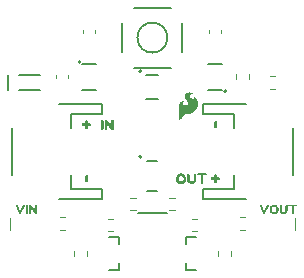
<source format=gto>
%TF.GenerationSoftware,KiCad,Pcbnew,8.0.5*%
%TF.CreationDate,2024-09-30T10:49:06+01:00*%
%TF.ProjectId,Soft_Power_Switch,536f6674-5f50-46f7-9765-725f53776974,v01*%
%TF.SameCoordinates,Original*%
%TF.FileFunction,Legend,Top*%
%TF.FilePolarity,Positive*%
%FSLAX46Y46*%
G04 Gerber Fmt 4.6, Leading zero omitted, Abs format (unit mm)*
G04 Created by KiCad (PCBNEW 8.0.5) date 2024-09-30 10:49:06*
%MOMM*%
%LPD*%
G01*
G04 APERTURE LIST*
%ADD10C,0.000000*%
%ADD11C,0.203200*%
%ADD12C,0.120000*%
%ADD13C,0.200000*%
%ADD14C,0.127000*%
G04 APERTURE END LIST*
D10*
%TO.C,G\u002A\u002A\u002A*%
G36*
X15848587Y17712204D02*
G01*
X15872502Y17710569D01*
X15895808Y17707709D01*
X15918456Y17703753D01*
X15940395Y17698825D01*
X15961579Y17693054D01*
X15981957Y17686567D01*
X16001480Y17679489D01*
X16020099Y17671949D01*
X16037766Y17664073D01*
X16054431Y17655987D01*
X16084557Y17639696D01*
X16110087Y17624091D01*
X16130628Y17610187D01*
X16145785Y17598999D01*
X16158383Y17588830D01*
X16151646Y17590279D01*
X16133122Y17593259D01*
X16120232Y17594680D01*
X16105345Y17595715D01*
X16088778Y17596106D01*
X16070848Y17595596D01*
X16051871Y17593929D01*
X16032164Y17590849D01*
X16012043Y17586099D01*
X16001927Y17583017D01*
X15991825Y17579421D01*
X15981779Y17575280D01*
X15971827Y17570561D01*
X15962010Y17565232D01*
X15952365Y17559261D01*
X15942935Y17552615D01*
X15933757Y17545264D01*
X15924871Y17537174D01*
X15916317Y17528314D01*
X15905766Y17516030D01*
X15896435Y17503535D01*
X15888377Y17490811D01*
X15881646Y17477841D01*
X15878794Y17471258D01*
X15876294Y17464608D01*
X15874151Y17457887D01*
X15872374Y17451095D01*
X15870968Y17444229D01*
X15869941Y17437286D01*
X15869298Y17430265D01*
X15869046Y17423163D01*
X15869192Y17415979D01*
X15869744Y17408710D01*
X15870706Y17401354D01*
X15872086Y17393909D01*
X15873891Y17386373D01*
X15876128Y17378743D01*
X15878802Y17371019D01*
X15881920Y17363196D01*
X15885490Y17355275D01*
X15889518Y17347251D01*
X15894010Y17339124D01*
X15898973Y17330891D01*
X15904415Y17322549D01*
X15910340Y17314098D01*
X15923671Y17296856D01*
X15935980Y17282725D01*
X15949566Y17268720D01*
X15964271Y17254972D01*
X15979936Y17241611D01*
X15996403Y17228770D01*
X16013512Y17216579D01*
X16031107Y17205170D01*
X16049029Y17194674D01*
X16067118Y17185221D01*
X16085217Y17176944D01*
X16103168Y17169973D01*
X16120811Y17164440D01*
X16137989Y17160475D01*
X16146354Y17159122D01*
X16154543Y17158211D01*
X16162536Y17157757D01*
X16170315Y17157778D01*
X16177857Y17158289D01*
X16185145Y17159307D01*
X16195003Y17161552D01*
X16204050Y17164482D01*
X16212320Y17168045D01*
X16219845Y17172194D01*
X16226657Y17176877D01*
X16232790Y17182046D01*
X16238276Y17187651D01*
X16243148Y17193643D01*
X16247437Y17199972D01*
X16251177Y17206588D01*
X16254401Y17213443D01*
X16257141Y17220486D01*
X16259429Y17227668D01*
X16261298Y17234940D01*
X16262781Y17242252D01*
X16263911Y17249554D01*
X16265239Y17263933D01*
X16265544Y17277679D01*
X16265087Y17290397D01*
X16264128Y17301691D01*
X16262928Y17311165D01*
X16261748Y17318422D01*
X16260491Y17324703D01*
X16280568Y17316958D01*
X16300743Y17306689D01*
X16320904Y17293988D01*
X16340942Y17278948D01*
X16380208Y17242213D01*
X16417659Y17197217D01*
X16452414Y17144692D01*
X16483594Y17085372D01*
X16510316Y17019990D01*
X16531700Y16949277D01*
X16546866Y16873968D01*
X16551841Y16834818D01*
X16554932Y16794795D01*
X16556027Y16753988D01*
X16555017Y16712490D01*
X16551792Y16670392D01*
X16546242Y16627787D01*
X16538255Y16584765D01*
X16527724Y16541418D01*
X16514536Y16497838D01*
X16498583Y16454116D01*
X16479754Y16410345D01*
X16457939Y16366615D01*
X16433028Y16323018D01*
X16404910Y16279646D01*
X16373005Y16235808D01*
X16339252Y16194199D01*
X16303629Y16154935D01*
X16266115Y16118134D01*
X16226686Y16083915D01*
X16185321Y16052394D01*
X16141997Y16023689D01*
X16096692Y15997919D01*
X16049383Y15975199D01*
X16000050Y15955649D01*
X15948668Y15939386D01*
X15895217Y15926526D01*
X15839673Y15917189D01*
X15782015Y15911491D01*
X15722221Y15909550D01*
X15660267Y15911484D01*
X15643891Y15912464D01*
X15628058Y15912635D01*
X15612732Y15912011D01*
X15597878Y15910608D01*
X15583461Y15908439D01*
X15569445Y15905519D01*
X15555795Y15901865D01*
X15542475Y15897489D01*
X15529451Y15892407D01*
X15516688Y15886634D01*
X15504149Y15880185D01*
X15491799Y15873074D01*
X15467528Y15856926D01*
X15443592Y15838310D01*
X15419707Y15817342D01*
X15395593Y15794142D01*
X15370966Y15768828D01*
X15345544Y15741518D01*
X15230261Y15614687D01*
X15173677Y15553281D01*
X15120503Y15493993D01*
X15072014Y15438695D01*
X15029484Y15389257D01*
X14994186Y15347549D01*
X14967396Y15315442D01*
X14944435Y15287512D01*
X14944435Y16508453D01*
X14943973Y16532664D01*
X14944160Y16555969D01*
X14944977Y16578386D01*
X14946409Y16599932D01*
X14948439Y16620627D01*
X14951050Y16640488D01*
X14954225Y16659535D01*
X14957948Y16677785D01*
X14962202Y16695257D01*
X14966969Y16711969D01*
X14972234Y16727941D01*
X14977980Y16743189D01*
X14984189Y16757733D01*
X14990846Y16771591D01*
X14997933Y16784781D01*
X15005434Y16797322D01*
X15013332Y16809233D01*
X15021610Y16820531D01*
X15030251Y16831235D01*
X15039239Y16841363D01*
X15048558Y16850935D01*
X15058189Y16859968D01*
X15068118Y16868480D01*
X15078326Y16876490D01*
X15088797Y16884017D01*
X15099514Y16891079D01*
X15110462Y16897694D01*
X15121622Y16903881D01*
X15144514Y16915044D01*
X15168057Y16924715D01*
X15181271Y16929426D01*
X15194342Y16933565D01*
X15207251Y16937161D01*
X15219981Y16940239D01*
X15232514Y16942829D01*
X15244831Y16944957D01*
X15256914Y16946652D01*
X15268745Y16947941D01*
X15280307Y16948853D01*
X15291580Y16949413D01*
X15302547Y16949651D01*
X15313189Y16949594D01*
X15323490Y16949270D01*
X15333429Y16948707D01*
X15352154Y16946971D01*
X15369218Y16944610D01*
X15384478Y16941845D01*
X15397788Y16938897D01*
X15409003Y16935988D01*
X15417978Y16933340D01*
X15424568Y16931174D01*
X15430014Y16929175D01*
X15413190Y16922319D01*
X15395304Y16913994D01*
X15384910Y16908679D01*
X15373898Y16902624D01*
X15362530Y16895848D01*
X15351068Y16888371D01*
X15339774Y16880216D01*
X15328910Y16871401D01*
X15318739Y16861948D01*
X15313994Y16856988D01*
X15309521Y16851877D01*
X15305352Y16846616D01*
X15301520Y16841208D01*
X15298058Y16835656D01*
X15294998Y16829962D01*
X15292008Y16823087D01*
X15289570Y16815974D01*
X15287681Y16808650D01*
X15286342Y16801141D01*
X15285549Y16793472D01*
X15285303Y16785671D01*
X15285600Y16777764D01*
X15286440Y16769777D01*
X15287822Y16761736D01*
X15289743Y16753667D01*
X15292203Y16745598D01*
X15295199Y16737554D01*
X15298731Y16729561D01*
X15302796Y16721646D01*
X15307394Y16713836D01*
X15312523Y16706156D01*
X15318181Y16698633D01*
X15324367Y16691292D01*
X15331080Y16684162D01*
X15338317Y16677267D01*
X15346078Y16670634D01*
X15354361Y16664289D01*
X15363165Y16658260D01*
X15372487Y16652571D01*
X15382328Y16647249D01*
X15392684Y16642321D01*
X15403555Y16637813D01*
X15414939Y16633752D01*
X15426835Y16630163D01*
X15439241Y16627072D01*
X15452155Y16624507D01*
X15465577Y16622494D01*
X15485407Y16620607D01*
X15504916Y16620069D01*
X15524041Y16620833D01*
X15542722Y16622851D01*
X15560897Y16626078D01*
X15578505Y16630465D01*
X15595485Y16635967D01*
X15611773Y16642535D01*
X15627311Y16650123D01*
X15642035Y16658685D01*
X15655884Y16668172D01*
X15668797Y16678538D01*
X15680713Y16689737D01*
X15691569Y16701720D01*
X15701305Y16714442D01*
X15709859Y16727855D01*
X15717169Y16741912D01*
X15723174Y16756566D01*
X15727813Y16771771D01*
X15731023Y16787479D01*
X15732745Y16803643D01*
X15732915Y16820216D01*
X15731473Y16837152D01*
X15728357Y16854403D01*
X15723506Y16871923D01*
X15716858Y16889664D01*
X15708352Y16907580D01*
X15697926Y16925623D01*
X15685519Y16943746D01*
X15671069Y16961903D01*
X15654515Y16980047D01*
X15635795Y16998130D01*
X15593790Y17038342D01*
X15555782Y17079140D01*
X15538356Y17099715D01*
X15522026Y17120384D01*
X15506824Y17141129D01*
X15492780Y17161933D01*
X15479928Y17182778D01*
X15468299Y17203647D01*
X15457925Y17224522D01*
X15448839Y17245386D01*
X15441072Y17266222D01*
X15434656Y17287011D01*
X15429623Y17307736D01*
X15426006Y17328380D01*
X15423836Y17348924D01*
X15423146Y17369353D01*
X15423966Y17389647D01*
X15426331Y17409791D01*
X15430270Y17429765D01*
X15435817Y17449552D01*
X15443003Y17469136D01*
X15451860Y17488498D01*
X15462421Y17507620D01*
X15474718Y17526487D01*
X15488781Y17545079D01*
X15504644Y17563379D01*
X15522339Y17581370D01*
X15541896Y17599035D01*
X15563350Y17616355D01*
X15586730Y17633313D01*
X15614038Y17650898D01*
X15641227Y17665990D01*
X15668248Y17678716D01*
X15695053Y17689203D01*
X15721592Y17697577D01*
X15747817Y17703966D01*
X15773678Y17708496D01*
X15799126Y17711295D01*
X15824112Y17712488D01*
X15848587Y17712204D01*
G37*
D11*
%TO.C,SW1*%
X10160000Y21112000D02*
X10160000Y23622000D01*
X11160000Y24892000D02*
X14240000Y24892000D01*
X14240000Y19812000D02*
X11160000Y19812000D01*
X15240000Y23592000D02*
X15240000Y21112000D01*
X13970000Y22352000D02*
G75*
G02*
X11430000Y22352000I-1270000J0D01*
G01*
X11430000Y22352000D02*
G75*
G02*
X13970000Y22352000I1270000J0D01*
G01*
D12*
%TO.C,D3*%
X24768000Y6104000D02*
X24768000Y7104000D01*
%TO.C,D2*%
X632000Y7104000D02*
X632000Y6104000D01*
D11*
%TO.C,C2*%
X11450000Y7480000D02*
X13950000Y7480000D01*
%TO.C,Q3*%
X12270600Y11938000D02*
X13129400Y11938000D01*
X13129400Y9398000D02*
X12270600Y9398000D01*
D13*
X11784000Y12268200D02*
G75*
G02*
X11584000Y12268200I-100000J0D01*
G01*
X11584000Y12268200D02*
G75*
G02*
X11784000Y12268200I100000J0D01*
G01*
D14*
%TO.C,U2*%
X7966000Y20150000D02*
X6766000Y20150000D01*
X7966000Y17950000D02*
X6766000Y17950000D01*
D13*
X6616000Y20300000D02*
G75*
G02*
X6416000Y20300000I-100000J0D01*
G01*
X6416000Y20300000D02*
G75*
G02*
X6616000Y20300000I100000J0D01*
G01*
D12*
%TO.C,R8*%
X19318500Y4301258D02*
X19318500Y3826742D01*
X18273500Y4301258D02*
X18273500Y3826742D01*
%TO.C,R4*%
X20082742Y7126500D02*
X20557258Y7126500D01*
X20082742Y6081500D02*
X20557258Y6081500D01*
%TO.C,R1*%
X19797500Y18812742D02*
X19797500Y19287258D01*
X20842500Y18812742D02*
X20842500Y19287258D01*
D11*
%TO.C,Q1*%
X9844000Y5464000D02*
X9044000Y5464000D01*
X9844000Y4864000D02*
X9844000Y5464000D01*
X9844000Y3264000D02*
X9844000Y2664000D01*
X9844000Y2664000D02*
X9044000Y2664000D01*
D12*
%TO.C,R6*%
X7126500Y4301258D02*
X7126500Y3826742D01*
X6081500Y4301258D02*
X6081500Y3826742D01*
D11*
%TO.C,J2*%
X20590000Y16700000D02*
X16990000Y16700000D01*
X16990000Y16700000D02*
X16990000Y15900000D01*
X19590000Y15900000D02*
X19590000Y14700000D01*
X16990000Y15900000D02*
X19590000Y15900000D01*
X24590000Y10700000D02*
X24590000Y14700000D01*
X19590000Y10700000D02*
X19590000Y9500000D01*
X19590000Y9500000D02*
X16990000Y9500000D01*
X16990000Y9500000D02*
X16990000Y8700000D01*
X16990000Y8700000D02*
X20590000Y8700000D01*
D12*
%TO.C,R3*%
X5317258Y6081500D02*
X4842742Y6081500D01*
X5317258Y7126500D02*
X4842742Y7126500D01*
%TO.C,C4*%
X17524000Y22719420D02*
X17524000Y23000580D01*
X18544000Y22719420D02*
X18544000Y23000580D01*
%TO.C,R5*%
X8906742Y6999500D02*
X9381258Y6999500D01*
X8906742Y5954500D02*
X9381258Y5954500D01*
%TO.C,C3*%
X6856000Y22719420D02*
X6856000Y23000580D01*
X7876000Y22719420D02*
X7876000Y23000580D01*
D11*
%TO.C,U4*%
X13208000Y19177000D02*
X12192000Y19177000D01*
X13208000Y17145000D02*
X12192000Y17145000D01*
D13*
X11784000Y19494500D02*
G75*
G02*
X11584000Y19494500I-100000J0D01*
G01*
X11584000Y19494500D02*
G75*
G02*
X11784000Y19494500I100000J0D01*
G01*
D11*
%TO.C,D1*%
X516000Y19167000D02*
X516000Y17917000D01*
X1386000Y19167000D02*
X3186000Y19167000D01*
X1386000Y17917000D02*
X3186000Y17917000D01*
D12*
%TO.C,R7*%
X16018742Y6999500D02*
X16493258Y6999500D01*
X16018742Y5954500D02*
X16493258Y5954500D01*
D14*
%TO.C,U3*%
X17434000Y17950000D02*
X18634000Y17950000D01*
X17434000Y20150000D02*
X18634000Y20150000D01*
D13*
X18984000Y17800000D02*
G75*
G02*
X18784000Y17800000I-100000J0D01*
G01*
X18784000Y17800000D02*
G75*
G02*
X18984000Y17800000I100000J0D01*
G01*
D12*
%TO.C,R2*%
X22622742Y19064500D02*
X23097258Y19064500D01*
X22622742Y18019500D02*
X23097258Y18019500D01*
D11*
%TO.C,J1*%
X4810000Y8700000D02*
X8410000Y8700000D01*
X8410000Y8700000D02*
X8410000Y9500000D01*
X5810000Y9500000D02*
X5810000Y10700000D01*
X8410000Y9500000D02*
X5810000Y9500000D01*
X810000Y14700000D02*
X810000Y10700000D01*
X5810000Y14700000D02*
X5810000Y15900000D01*
X5810000Y15900000D02*
X8410000Y15900000D01*
X8410000Y15900000D02*
X8410000Y16700000D01*
X8410000Y16700000D02*
X4810000Y16700000D01*
D12*
%TO.C,R9*%
X14113742Y8777500D02*
X14588258Y8777500D01*
X14113742Y7732500D02*
X14588258Y7732500D01*
%TO.C,C1*%
X4570000Y18909420D02*
X4570000Y19190580D01*
X5590000Y18909420D02*
X5590000Y19190580D01*
%TO.C,R10*%
X11286258Y7732500D02*
X10811742Y7732500D01*
X11286258Y8777500D02*
X10811742Y8777500D01*
D11*
%TO.C,Q2*%
X15556000Y2664000D02*
X16356000Y2664000D01*
X15556000Y3264000D02*
X15556000Y2664000D01*
X15556000Y4864000D02*
X15556000Y5464000D01*
X15556000Y5464000D02*
X16356000Y5464000D01*
D10*
%TO.C,kibuzzard-65F1758C*%
G36*
X8528348Y15411351D02*
G01*
X8560792Y15378311D01*
X8566745Y15316398D01*
X8566745Y14654411D01*
X8564959Y14612739D01*
X8553648Y14581783D01*
X8522097Y14557673D01*
X8460780Y14549636D01*
X8394700Y14560947D01*
X8363148Y14594880D01*
X8356005Y14655602D01*
X8356005Y15317589D01*
X8357791Y15358666D01*
X8369102Y15390217D01*
X8400653Y15414327D01*
X8461970Y15422364D01*
X8528348Y15411351D01*
G37*
G36*
X9371013Y15415220D02*
G01*
X9401969Y15400933D01*
X9416852Y15375930D01*
X9423995Y15315208D01*
X9423995Y14654411D01*
X9422209Y14612739D01*
X9410898Y14581783D01*
X9379347Y14557673D01*
X9318030Y14549636D01*
X9253736Y14556780D01*
X9223970Y14579402D01*
X9139767Y14691585D01*
X9065749Y14790010D01*
X9001919Y14874677D01*
X8948274Y14945585D01*
X8904817Y15002735D01*
X8871545Y15046127D01*
X8871545Y14654411D01*
X8869759Y14612739D01*
X8858448Y14581783D01*
X8826897Y14557673D01*
X8765580Y14549636D01*
X8706048Y14557673D01*
X8675092Y14581783D01*
X8663781Y14613930D01*
X8661995Y14655602D01*
X8661995Y15319970D01*
X8673306Y15386050D01*
X8707239Y15414030D01*
X8765580Y15421173D01*
X8822134Y15414625D01*
X8851305Y15399742D01*
X8878689Y15368786D01*
X8957799Y15261332D01*
X9027649Y15166777D01*
X9088239Y15085120D01*
X9139568Y15016361D01*
X9181637Y14960501D01*
X9214445Y14917539D01*
X9214445Y15319970D01*
X9225756Y15386050D01*
X9259689Y15414030D01*
X9316244Y15421173D01*
X9371013Y15415220D01*
G37*
%TO.C,kibuzzard-65F0636B*%
G36*
X24940518Y8210570D02*
G01*
X24961949Y8185388D01*
X24967307Y8140383D01*
X24961949Y8095913D01*
X24943733Y8072874D01*
X24889083Y8063230D01*
X24684415Y8063230D01*
X24684415Y7524234D01*
X24682807Y7487801D01*
X24673163Y7460476D01*
X24644767Y7438509D01*
X24591189Y7432080D01*
X24538146Y7438509D01*
X24510286Y7460476D01*
X24500642Y7488337D01*
X24499034Y7525306D01*
X24499034Y8063230D01*
X24293294Y8063230D01*
X24242931Y8071267D01*
X24221500Y8096448D01*
X24216142Y8141454D01*
X24221500Y8185924D01*
X24239716Y8208963D01*
X24294366Y8218607D01*
X24890155Y8218607D01*
X24940518Y8210570D01*
G37*
G36*
X22512357Y8205748D02*
G01*
X22559774Y8173065D01*
X22575580Y8137168D01*
X22559506Y8085733D01*
X22263755Y7485658D01*
X22227857Y7447617D01*
X22178030Y7433151D01*
X22167314Y7433151D01*
X22116415Y7447617D01*
X22080518Y7485658D01*
X21784766Y8085733D01*
X21768693Y8137168D01*
X21784499Y8173065D01*
X21831915Y8205748D01*
X21886029Y8223964D01*
X21914425Y8219678D01*
X21932642Y8204676D01*
X21950323Y8176280D01*
X21964655Y8146276D01*
X21991578Y8087340D01*
X22026002Y8011661D01*
X22062837Y7931428D01*
X22099806Y7851195D01*
X22134632Y7775515D01*
X22161019Y7718321D01*
X22172672Y7693541D01*
X22386985Y8162885D01*
X22401986Y8195032D01*
X22449135Y8223964D01*
X22512357Y8205748D01*
G37*
G36*
X24108985Y8213249D02*
G01*
X24136846Y8200390D01*
X24150776Y8177887D01*
X24157206Y8122166D01*
X24157206Y7798554D01*
X24151714Y7729438D01*
X24135239Y7663537D01*
X24107780Y7600851D01*
X24069338Y7541379D01*
X24020314Y7491953D01*
X23958967Y7452975D01*
X23887842Y7427659D01*
X23809484Y7419221D01*
X23731260Y7427793D01*
X23660537Y7453511D01*
X23599859Y7493159D01*
X23551773Y7543522D01*
X23513799Y7602190D01*
X23486676Y7664609D01*
X23470401Y7730778D01*
X23464976Y7800697D01*
X23464976Y8123238D01*
X23466584Y8161278D01*
X23476764Y8189674D01*
X23505696Y8212177D01*
X23560345Y8218607D01*
X23614995Y8212177D01*
X23642856Y8189674D01*
X23655715Y8122166D01*
X23655715Y7800697D01*
X23663751Y7736939D01*
X23687861Y7676396D01*
X23736082Y7628176D01*
X23812163Y7609959D01*
X23880475Y7624425D01*
X23928963Y7667823D01*
X23957895Y7730242D01*
X23967539Y7801769D01*
X23967539Y8129667D01*
X23978255Y8188603D01*
X24009330Y8212177D01*
X24060229Y8218607D01*
X24108985Y8213249D01*
G37*
G36*
X23079817Y8220013D02*
G01*
X23151276Y8198515D01*
X23217512Y8162684D01*
X23278525Y8112522D01*
X23329625Y8051744D01*
X23366125Y7984068D01*
X23388025Y7909494D01*
X23395325Y7828022D01*
X23388360Y7746248D01*
X23367464Y7670770D01*
X23332638Y7601587D01*
X23283882Y7538700D01*
X23224946Y7486428D01*
X23159581Y7449091D01*
X23087786Y7426688D01*
X23009562Y7419221D01*
X23007419Y7419422D01*
X22931171Y7426588D01*
X22858874Y7448689D01*
X22792671Y7485524D01*
X22732563Y7537093D01*
X22682635Y7598842D01*
X22646972Y7666216D01*
X22625575Y7739216D01*
X22618442Y7817842D01*
X22618942Y7823200D01*
X22808109Y7823200D01*
X22814955Y7763609D01*
X22835493Y7711996D01*
X22869723Y7668359D01*
X22934955Y7623755D01*
X23007419Y7608887D01*
X23079750Y7623354D01*
X23144579Y7666752D01*
X23178512Y7709733D01*
X23198872Y7761526D01*
X23205658Y7822128D01*
X23198812Y7882850D01*
X23178274Y7935000D01*
X23144043Y7978577D01*
X23078812Y8022779D01*
X23006348Y8037513D01*
X22934017Y8022645D01*
X22869188Y7978041D01*
X22835255Y7934404D01*
X22814895Y7882791D01*
X22808109Y7823200D01*
X22618942Y7823200D01*
X22626479Y7903969D01*
X22650589Y7984470D01*
X22688094Y8055863D01*
X22736314Y8114665D01*
X22793910Y8161546D01*
X22859544Y8197175D01*
X22930267Y8219678D01*
X23003133Y8227179D01*
X23079817Y8220013D01*
G37*
%TO.C,kibuzzard-65F04FCA*%
G36*
X7184231Y10709275D02*
G01*
X7223125Y10681494D01*
X7237413Y10602119D01*
X7237413Y10224294D01*
X7223919Y10153253D01*
X7183437Y10117931D01*
X7110412Y10109994D01*
X7038975Y10119519D01*
X7000875Y10149681D01*
X6986587Y10225881D01*
X6986587Y10603706D01*
X6999684Y10674350D01*
X7038975Y10708481D01*
X7112000Y10718006D01*
X7184231Y10709275D01*
G37*
%TO.C,kibuzzard-65F04F60*%
G36*
X7185025Y15355094D02*
G01*
X7223919Y15325725D01*
X7238206Y15238412D01*
X7238206Y15111412D01*
X7366794Y15111412D01*
X7447756Y15097919D01*
X7481888Y15057437D01*
X7490619Y14985206D01*
X7482681Y14912975D01*
X7455694Y14874875D01*
X7374731Y14860587D01*
X7238206Y14860587D01*
X7238206Y14732000D01*
X7224713Y14651037D01*
X7184231Y14616906D01*
X7112000Y14608175D01*
X7039769Y14616906D01*
X7001669Y14646275D01*
X6987381Y14733588D01*
X6987381Y14860587D01*
X6849269Y14860587D01*
X6773069Y14873287D01*
X6741319Y14913769D01*
X6733381Y14986000D01*
X6742112Y15058231D01*
X6773069Y15097125D01*
X6860381Y15111412D01*
X6987381Y15111412D01*
X6987381Y15240000D01*
X7000081Y15320963D01*
X7040562Y15355094D01*
X7112794Y15363825D01*
X7185025Y15355094D01*
G37*
G36*
X18107025Y10783094D02*
G01*
X18145919Y10753725D01*
X18160206Y10666412D01*
X18160206Y10539412D01*
X18288794Y10539412D01*
X18369756Y10525919D01*
X18403888Y10485437D01*
X18412619Y10413206D01*
X18404681Y10340975D01*
X18377694Y10302875D01*
X18296731Y10288587D01*
X18160206Y10288587D01*
X18160206Y10160000D01*
X18146713Y10079037D01*
X18106231Y10044906D01*
X18034000Y10036175D01*
X17961769Y10044906D01*
X17923669Y10074275D01*
X17909381Y10161588D01*
X17909381Y10288587D01*
X17771269Y10288587D01*
X17695069Y10301287D01*
X17663319Y10341769D01*
X17655381Y10414000D01*
X17664112Y10486231D01*
X17695069Y10525125D01*
X17782381Y10539412D01*
X17909381Y10539412D01*
X17909381Y10668000D01*
X17922081Y10748963D01*
X17962562Y10783094D01*
X18034794Y10791825D01*
X18107025Y10783094D01*
G37*
%TO.C,kibuzzard-65F0634B*%
G36*
X2139424Y8202801D02*
G01*
X2168624Y8173065D01*
X2173982Y8117344D01*
X2173982Y7521555D01*
X2172375Y7484050D01*
X2162195Y7456190D01*
X2133798Y7434491D01*
X2078613Y7427258D01*
X2019141Y7437437D01*
X1990745Y7467977D01*
X1984315Y7522627D01*
X1984315Y8118415D01*
X1985923Y8155384D01*
X1996103Y8183781D01*
X2024499Y8205480D01*
X2079685Y8212713D01*
X2139424Y8202801D01*
G37*
G36*
X1862157Y8200926D02*
G01*
X1909574Y8168243D01*
X1925380Y8132346D01*
X1909306Y8080911D01*
X1613555Y7480836D01*
X1577657Y7442795D01*
X1527830Y7428329D01*
X1517114Y7428329D01*
X1466215Y7442795D01*
X1430318Y7480836D01*
X1134566Y8080911D01*
X1118493Y8132346D01*
X1134299Y8168243D01*
X1181715Y8200926D01*
X1235829Y8219142D01*
X1264225Y8214856D01*
X1282442Y8199854D01*
X1300123Y8171458D01*
X1314455Y8141454D01*
X1341378Y8082518D01*
X1375802Y8006839D01*
X1412637Y7926606D01*
X1449606Y7846373D01*
X1484432Y7770693D01*
X1510819Y7713499D01*
X1522472Y7688719D01*
X1736785Y8158063D01*
X1751786Y8190210D01*
X1798935Y8219142D01*
X1862157Y8200926D01*
G37*
G36*
X2897823Y8206284D02*
G01*
X2925683Y8193425D01*
X2939078Y8170922D01*
X2945507Y8116272D01*
X2945507Y7521555D01*
X2943900Y7484050D01*
X2933720Y7456190D01*
X2905323Y7434491D01*
X2850138Y7427258D01*
X2792274Y7433687D01*
X2765485Y7454047D01*
X2689701Y7555012D01*
X2623086Y7643594D01*
X2565638Y7719794D01*
X2517358Y7783612D01*
X2478246Y7835047D01*
X2448302Y7874099D01*
X2448302Y7521555D01*
X2446695Y7484050D01*
X2436515Y7456190D01*
X2408118Y7434491D01*
X2352933Y7427258D01*
X2299355Y7434491D01*
X2271494Y7456190D01*
X2261314Y7485122D01*
X2259707Y7522627D01*
X2259707Y8120559D01*
X2269887Y8180030D01*
X2300426Y8205212D01*
X2352933Y8211641D01*
X2403832Y8205748D01*
X2430085Y8192353D01*
X2454731Y8164493D01*
X2525931Y8067784D01*
X2588796Y7982684D01*
X2643326Y7909193D01*
X2689523Y7847310D01*
X2727385Y7797036D01*
X2756912Y7758370D01*
X2756912Y8120559D01*
X2767092Y8180030D01*
X2797631Y8205212D01*
X2848531Y8211641D01*
X2897823Y8206284D01*
G37*
%TO.C,kibuzzard-65F04FCA*%
G36*
X18106231Y15281275D02*
G01*
X18145125Y15253494D01*
X18159413Y15174119D01*
X18159413Y14796294D01*
X18145919Y14725253D01*
X18105437Y14689931D01*
X18032412Y14681994D01*
X17960975Y14691519D01*
X17922875Y14721681D01*
X17908587Y14797881D01*
X17908587Y15175706D01*
X17921684Y15246350D01*
X17960975Y15280481D01*
X18034000Y15290006D01*
X18106231Y15281275D01*
G37*
%TO.C,kibuzzard-65F174FD*%
G36*
X17277159Y10844411D02*
G01*
X17300972Y10816431D01*
X17306925Y10766425D01*
X17300972Y10717014D01*
X17280731Y10691416D01*
X17220009Y10680700D01*
X16992600Y10680700D01*
X16992600Y10081816D01*
X16990814Y10041334D01*
X16980098Y10010973D01*
X16948547Y9986566D01*
X16889016Y9979422D01*
X16830080Y9986566D01*
X16799123Y10010973D01*
X16788408Y10041930D01*
X16786622Y10083006D01*
X16786622Y10680700D01*
X16558022Y10680700D01*
X16502063Y10689630D01*
X16478250Y10717609D01*
X16472297Y10767616D01*
X16478250Y10817027D01*
X16498491Y10842625D01*
X16559213Y10853341D01*
X17221200Y10853341D01*
X17277159Y10844411D01*
G37*
G36*
X16353234Y10847387D02*
G01*
X16384191Y10833100D01*
X16399669Y10808097D01*
X16406812Y10746184D01*
X16406812Y10386616D01*
X16400711Y10309820D01*
X16382405Y10236597D01*
X16351895Y10166945D01*
X16309181Y10100866D01*
X16254710Y10045948D01*
X16186547Y10002639D01*
X16107519Y9974511D01*
X16020455Y9965134D01*
X15933539Y9974659D01*
X15854958Y10003234D01*
X15787539Y10047288D01*
X15734109Y10103247D01*
X15691917Y10168434D01*
X15661779Y10237787D01*
X15643696Y10311309D01*
X15637669Y10388997D01*
X15637669Y10747375D01*
X15639455Y10789642D01*
X15650766Y10821194D01*
X15682913Y10846197D01*
X15743634Y10853341D01*
X15804356Y10846197D01*
X15835313Y10821194D01*
X15849600Y10746184D01*
X15849600Y10388997D01*
X15858530Y10318155D01*
X15885319Y10250884D01*
X15938897Y10197306D01*
X16023431Y10177066D01*
X16099334Y10193139D01*
X16153209Y10241359D01*
X16185356Y10310713D01*
X16196072Y10390187D01*
X16196072Y10754519D01*
X16207978Y10820003D01*
X16242506Y10846197D01*
X16299061Y10853341D01*
X16353234Y10847387D01*
G37*
G36*
X15209713Y10854903D02*
G01*
X15289113Y10831016D01*
X15362709Y10791205D01*
X15430500Y10735469D01*
X15487278Y10667938D01*
X15527834Y10592743D01*
X15552167Y10509883D01*
X15560278Y10419358D01*
X15552539Y10328498D01*
X15529322Y10244634D01*
X15490627Y10167764D01*
X15436453Y10097889D01*
X15370969Y10039809D01*
X15298341Y9998323D01*
X15218569Y9973432D01*
X15131653Y9965134D01*
X15129272Y9965358D01*
X15044551Y9973320D01*
X14964221Y9997877D01*
X14890663Y10038804D01*
X14823877Y10096103D01*
X14768401Y10164713D01*
X14728775Y10239573D01*
X14705000Y10320685D01*
X14697075Y10408047D01*
X14697631Y10414000D01*
X14907816Y10414000D01*
X14915422Y10347788D01*
X14938243Y10290440D01*
X14976277Y10241955D01*
X15048756Y10192395D01*
X15129272Y10175875D01*
X15209639Y10191948D01*
X15281672Y10240169D01*
X15319375Y10287926D01*
X15341997Y10345473D01*
X15349537Y10412809D01*
X15341931Y10480278D01*
X15319110Y10538222D01*
X15281077Y10586641D01*
X15208597Y10635754D01*
X15128081Y10652125D01*
X15047714Y10635605D01*
X14975681Y10586045D01*
X14937978Y10537560D01*
X14915356Y10480212D01*
X14907816Y10414000D01*
X14697631Y10414000D01*
X14706005Y10503743D01*
X14732794Y10593189D01*
X14774466Y10672514D01*
X14828044Y10737850D01*
X14892040Y10789940D01*
X14964966Y10829528D01*
X15043547Y10854531D01*
X15124509Y10862866D01*
X15209713Y10854903D01*
G37*
%TD*%
M02*

</source>
